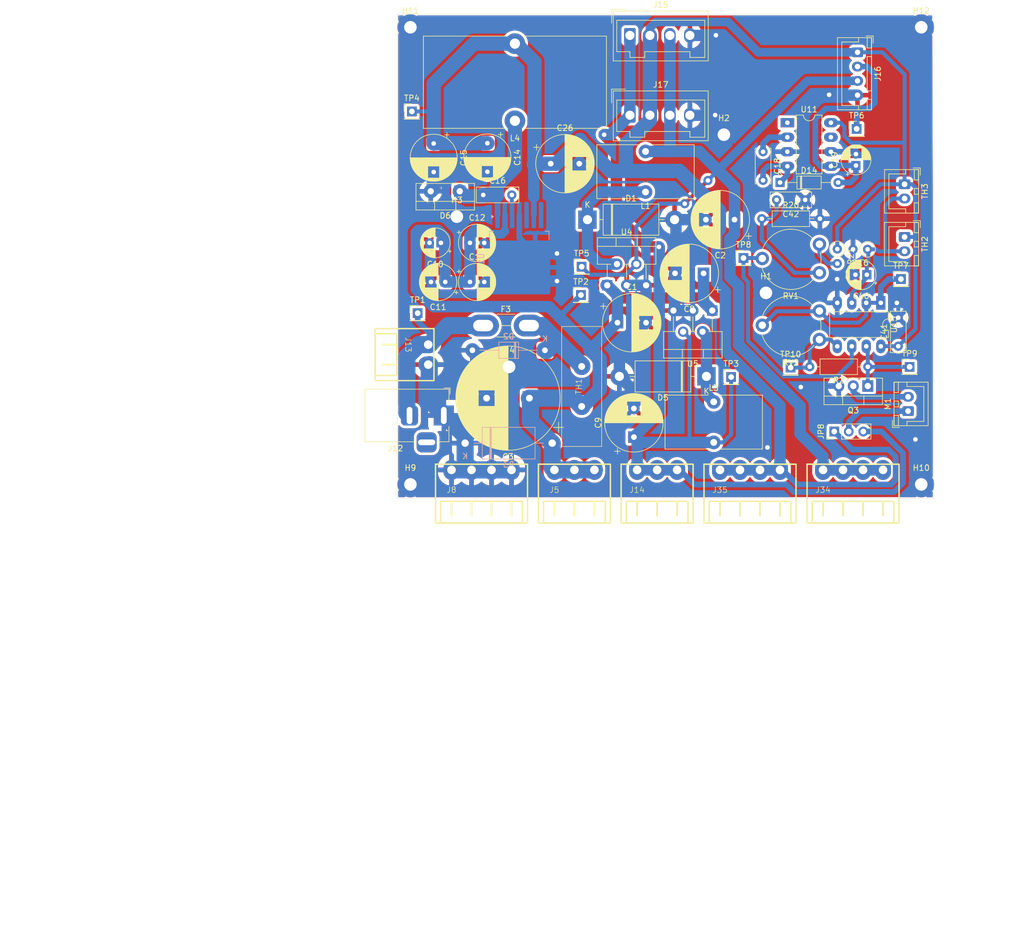
<source format=kicad_pcb>
(kicad_pcb
	(version 20240108)
	(generator "pcbnew")
	(generator_version "8.0")
	(general
		(thickness 1.6)
		(legacy_teardrops no)
	)
	(paper "A4")
	(layers
		(0 "F.Cu" signal)
		(1 "In1.Cu" signal)
		(2 "In2.Cu" signal)
		(31 "B.Cu" signal)
		(32 "B.Adhes" user "B.Adhesive")
		(33 "F.Adhes" user "F.Adhesive")
		(34 "B.Paste" user)
		(35 "F.Paste" user)
		(36 "B.SilkS" user "B.Silkscreen")
		(37 "F.SilkS" user "F.Silkscreen")
		(38 "B.Mask" user)
		(39 "F.Mask" user)
		(40 "Dwgs.User" user "User.Drawings")
		(41 "Cmts.User" user "User.Comments")
		(42 "Eco1.User" user "User.Eco1")
		(43 "Eco2.User" user "User.Eco2")
		(44 "Edge.Cuts" user)
		(45 "Margin" user)
		(46 "B.CrtYd" user "B.Courtyard")
		(47 "F.CrtYd" user "F.Courtyard")
		(48 "B.Fab" user)
		(49 "F.Fab" user)
		(50 "User.1" user)
		(51 "User.2" user)
		(52 "User.3" user)
		(53 "User.4" user)
		(54 "User.5" user)
		(55 "User.6" user)
		(56 "User.7" user)
		(57 "User.8" user)
		(58 "User.9" user)
	)
	(setup
		(stackup
			(layer "F.SilkS"
				(type "Top Silk Screen")
			)
			(layer "F.Paste"
				(type "Top Solder Paste")
			)
			(layer "F.Mask"
				(type "Top Solder Mask")
				(thickness 0.01)
			)
			(layer "F.Cu"
				(type "copper")
				(thickness 0.035)
			)
			(layer "dielectric 1"
				(type "prepreg")
				(thickness 0.1)
				(material "FR4")
				(epsilon_r 4.5)
				(loss_tangent 0.02)
			)
			(layer "In1.Cu"
				(type "copper")
				(thickness 0.035)
			)
			(layer "dielectric 2"
				(type "core")
				(thickness 1.24)
				(material "FR4")
				(epsilon_r 4.5)
				(loss_tangent 0.02)
			)
			(layer "In2.Cu"
				(type "copper")
				(thickness 0.035)
			)
			(layer "dielectric 3"
				(type "prepreg")
				(thickness 0.1)
				(material "FR4")
				(epsilon_r 4.5)
				(loss_tangent 0.02)
			)
			(layer "B.Cu"
				(type "copper")
				(thickness 0.035)
			)
			(layer "B.Mask"
				(type "Bottom Solder Mask")
				(thickness 0.01)
			)
			(layer "B.Paste"
				(type "Bottom Solder Paste")
			)
			(layer "B.SilkS"
				(type "Bottom Silk Screen")
				(color "Red")
			)
			(copper_finish "None")
			(dielectric_constraints no)
		)
		(pad_to_mask_clearance 0)
		(allow_soldermask_bridges_in_footprints no)
		(pcbplotparams
			(layerselection 0x00010fc_ffffffff)
			(plot_on_all_layers_selection 0x0000000_00000000)
			(disableapertmacros no)
			(usegerberextensions no)
			(usegerberattributes yes)
			(usegerberadvancedattributes yes)
			(creategerberjobfile yes)
			(dashed_line_dash_ratio 12.000000)
			(dashed_line_gap_ratio 3.000000)
			(svgprecision 4)
			(plotframeref no)
			(viasonmask no)
			(mode 1)
			(useauxorigin no)
			(hpglpennumber 1)
			(hpglpenspeed 20)
			(hpglpendiameter 15.000000)
			(pdf_front_fp_property_popups yes)
			(pdf_back_fp_property_popups yes)
			(dxfpolygonmode yes)
			(dxfimperialunits yes)
			(dxfusepcbnewfont yes)
			(psnegative no)
			(psa4output no)
			(plotreference yes)
			(plotvalue yes)
			(plotfptext yes)
			(plotinvisibletext no)
			(sketchpadsonfab no)
			(subtractmaskfromsilk no)
			(outputformat 1)
			(mirror no)
			(drillshape 1)
			(scaleselection 1)
			(outputdirectory "")
		)
	)
	(net 0 "")
	(net 1 "+5V")
	(net 2 "+24V filtered")
	(net 3 "GND")
	(net 4 "+3V3")
	(net 5 "+12V")
	(net 6 "Net-(D6-K)")
	(net 7 "Net-(U1-BOOT)")
	(net 8 "Net-(U11-CAP+)")
	(net 9 "Net-(D14-K)")
	(net 10 "-5V")
	(net 11 "Net-(D1-K)")
	(net 12 "Net-(D2-K)")
	(net 13 "Net-(D5-K)")
	(net 14 "+BATT")
	(net 15 "unconnected-(U1-EN-Pad7)")
	(net 16 "unconnected-(U1-NC-Pad5)")
	(net 17 "unconnected-(U11-OSC-Pad7)")
	(net 18 "unconnected-(U11-NC-Pad1)")
	(net 19 "Net-(U15A-+)")
	(net 20 "Net-(C42-Pad2)")
	(net 21 "Net-(JP8-C)")
	(net 22 "Net-(M1--)")
	(net 23 "Net-(Q3-G)")
	(net 24 "Net-(U15B-+)")
	(net 25 "Net-(R21-Pad2)")
	(net 26 "Net-(U15B--)")
	(net 27 "Net-(U15A--)")
	(footprint "Capacitor_THT:CP_Radial_D10.0mm_P5.00mm" (layer "F.Cu") (at 129.286 109.061993 90))
	(footprint "Capacitor_THT:CP_Radial_D10.0mm_P5.00mm" (layer "F.Cu") (at 126.410323 89.040962))
	(footprint "Diode_THT:D_DO-201AD_P15.24mm_Horizontal" (layer "F.Cu") (at 141.986 98.438962 180))
	(footprint "Potentiometer_THT:Potentiometer_Piher_PT-10-V10_Vertical" (layer "F.Cu") (at 161.757499 75.306462 180))
	(footprint "Connector_JST:JST_XH_B2B-XH-A_1x02_P2.50mm_Vertical" (layer "F.Cu") (at 177.275 104.514962 90))
	(footprint "Connector_PinHeader_2.54mm:PinHeader_1x01_P2.54mm_Vertical" (layer "F.Cu") (at 90.424 52.07))
	(footprint "Potentiometer_THT:Potentiometer_Piher_PT-10-V10_Vertical" (layer "F.Cu") (at 161.757499 86.990462 180))
	(footprint "Capacitor_THT:C_Disc_D6.0mm_W2.5mm_P5.00mm" (layer "F.Cu") (at 151.892 59.123888 -90))
	(footprint "Package_TO_SOT_THT:TO-220-5_P3.4x3.7mm_StaggerOdd_Lead3.8mm_Vertical" (layer "F.Cu") (at 124.616 82.489962))
	(footprint "Resistor_THT:R_Axial_DIN0207_L6.3mm_D2.5mm_P2.54mm_Vertical" (layer "F.Cu") (at 170.18 76.2 180))
	(footprint "Package_TO_SOT_THT:TO-220-3_Vertical" (layer "F.Cu") (at 170.219499 100.125462 180))
	(footprint "Connector_PinHeader_2.54mm:PinHeader_1x01_P2.54mm_Vertical" (layer "F.Cu") (at 176.022 81.407))
	(footprint "Capacitor_THT:CP_Radial_D6.3mm_P2.50mm" (layer "F.Cu") (at 100.592664 75.064811))
	(footprint "custom-footprints1:MountingHole_2.2mm_NPTH-with-pad" (layer "F.Cu") (at 179.578 37.338))
	(footprint "Package_DIP:DIP-8_W7.62mm_LongPads" (layer "F.Cu") (at 172.495499 85.561462 -90))
	(footprint "custom-footprints1:MountingHole_2.2mm_NPTH-with-pad" (layer "F.Cu") (at 90.17 117.348))
	(footprint "custom-footprints1:WAGO 734-164 Print-Stiftleiste, Mini, RM 3,5, gewinkelt, 4-polig" (layer "F.Cu") (at 97.366 114.808))
	(footprint "Connector_PinHeader_2.54mm:PinHeader_1x01_P2.54mm_Vertical" (layer "F.Cu") (at 91.44 87.376))
	(footprint "Capacitor_THT:CP_Radial_D18.0mm_P7.50mm"
		(layer "F.Cu")
		(uuid "3e12b180-088b-46cd-b5c6-9617c716b1a6")
		(at 110.998 102.248962 180)
		(descr "CP, Radial series, Radial, pin pitch=7.50mm, , diameter=18mm, Electrolytic Capacitor")
		(tags "CP Radial series Radial pin pitch 7.50mm  diameter 18mm Electrolytic Capacitor")
		(property "Reference" "C3"
			(at 3.75 -10.25 0)
			(layer "F.SilkS")
			(uuid "c0dbac4b-d18d-44e0-abe6-6b3f876fe509")
			(effects
				(font
					(size 1 1)
					(thickness 0.15)
				)
			)
		)
		(property "Value" "2200uf"
			(at 3.75 10.25 0)
			(layer "F.Fab")
			(uuid "1f7d7bb5-f802-471e-8ae7-4e1a80563b95")
			(effects
				(font
					(size 1 1)
					(thickness 0.15)
				)
			)
		)
		(property "Footprint" "Capacitor_THT:CP_Radial_D18.0mm_P7.50mm"
			(at 0 0 180)
			(unlocked yes)
			(layer "F.Fab")
			(hide yes)
			(uuid "cd037e7c-88f5-4614-9539-47ece2e39e2f")
			(effects
				(font
					(size 1.27 1.27)
					(thickness 0.15)
				)
			)
		)
		(property "Datasheet" "https://www.reichelt.com/be/en/shop/product/elko_2200_f_35_v_105_c-166415"
			(at 0 0 180)
			(unlocked yes)
			(layer "F.Fab")
			(hide yes)
			(uuid "09c9c45c-cd56-4403-bd81-cc88382ef4e9")
			(effects
				(font
					(size 1.27 1.27)
					(thickness 0.15)
				)
			)
		)
		(property "Description" "Polarized capacitor"
			(at 0 0 180)
			(unlocked yes)
			(layer "F.Fab")
			(hide yes)
			(uuid "114210ba-bd57-4105-96f8-5187314aacb0")
			(effects
				(font
					(size 1.27 1.27)
					(thickness 0.15)
				)
			)
		)
		(property ki_fp_filters "CP_*")
		(path "/16680157-dcc5-42d4-8ccc-a59b4c4006fd")
		(sheetname "Root")
		(sheetfile "power-supply-board_v1.0.kicad_sch")
		(attr through_hole)
		(fp_line
			(start 12.87 -0.04)
			(end 12.87 0.04)
			(stroke
				(width 0.12)
				(type solid)
			)
			(layer "F.SilkS")
			(uuid "87732204-ffd3-4010-92fe-e84d597261db")
		)
		(fp_line
			(start 12.83 -0.814)
			(end 12.83 0.814)
			(stroke
				(width 0.12)
				(type solid)
			)
			(layer "F.SilkS")
			(uuid "18f893c9-7fff-4554-a0a6-9513f8452e28")
		)
		(fp_line
			(start 12.79 -1.166)
			(end 12.79 1.166)
			(stroke
				(width 0.12)
				(type solid)
			)
			(layer "F.SilkS")
			(uuid "2b52467b-0cfb-4412-b0ac-068e45849888")
		)
		(fp_line
			(start 12.75 -1.435)
			(end 12.75 1.435)
			(stroke
				(width 0.12)
				(type solid)
			)
			(layer "F.SilkS")
			(uuid "34e20984-e432-4254-860c-82b93de5475e")
		)
		(fp_line
			(start 12.71 -1.661)
			(end 12.71 1.661)
			(stroke
				(width 0.12)
				(type solid)
			)
			(layer "F.SilkS")
			(uuid "9e5473ed-98ba-43aa-9d6a-8eaabc33a9dc")
		)
		(fp_line
			(start 12.67 -1.86)
			(end 12.67 1.86)
			(stroke
				(width 0.12)
				(type solid)
			)
			(layer "F.SilkS")
			(uuid "08c8f39a-99ff-4afd-b845-1d83a6340213")
		)
		(fp_line
			(start 12.63 -2.039)
			(end 12.63 2.039)
			(stroke
				(width 0.12)
				(type solid)
			)
			(layer "F.SilkS")
			(uuid "d5eaf986-9534-4524-ad49-665dbecfec0f")
		)
		(fp_line
			(start 12.59 -2.203)
			(end 12.59 2.203)
			(stroke
				(width 0.12)
				(type solid)
			)
			(layer "F.SilkS")
			(uuid "5cf0b090-f6b4-43c7-a6ce-0f71cd8210ee")
		)
		(fp_line
			(start 12.55 -2.355)
			(end 12.55 2.355)
			(stroke
				(width 0.12)
				(type solid)
			)
			(layer "F.SilkS")
			(uuid "8e66bac3-0b2f-40ec-8c73-97c7d6b2f138")
		)
		(fp_line
			(start 12.51 -2.498)
			(end 12.51 2.498)
			(stroke
				(width 0.12)
				(type solid)
			)
			(layer "F.SilkS")
			(uuid "66bbea31-836a-4c65-9a2d-0d3a29f8dc12")
		)
		(fp_line
			(start 12.47 -2.632)
			(end 12.47 2.632)
			(stroke
				(width 0.12)
				(type solid)
			)
			(layer "F.SilkS")
			(uuid "633c10e5-f6ae-42eb-b5a5-18a2e88ec3af")
		)
		(fp_line
			(start 12.43 -2.759)
			(end 12.43 2.759)
			(stroke
				(width 0.12)
				(type solid)
			)
			(layer "F.SilkS")
			(uuid "5c14d289-cf82-40f2-ae41-fa734da4dc2a")
		)
		(fp_line
			(start 12.39 -2.88)
			(end 12.39 2.88)
			(stroke
				(width 0.12)
				(type solid)
			)
			(layer "F.SilkS")
			(uuid "92d777da-31b2-4188-88bd-b48da7e6abd8")
		)
		(fp_line
			(start 12.35 -2.996)
			(end 12.35 2.996)
			(stroke
				(width 0.12)
				(type solid)
			)
			(layer "F.SilkS")
			(uuid "107af9bb-841b-4c31-9fac-3060a5bfa1b6")
		)
		(fp_line
			(start 12.31 -3.107)
			(end 12.31 3.107)
			(stroke
				(width 0.12)
				(type solid)
			)
			(layer "F.SilkS")
			(uuid "9396642f-f979-4d78-bd91-7a436359d103")
		)
		(fp_line
			(start 12.27 -3.214)
			(end 12.27 3.214)
			(stroke
				(width 0.12)
				(type solid)
			)
			(layer "F.SilkS")
			(uuid "7a28f269-c130-4a30-a607-7c6287357369")
		)
		(fp_line
			(start 12.23 -3.317)
			(end 12.23 3.317)
			(stroke
				(width 0.12)
				(type solid)
			)
			(layer "F.SilkS")
			(uuid "156f2bc4-880c-4c21-8655-9d32c230dad4")
		)
		(fp_line
			(start 12.19 -3.416)
			(end 12.19 3.416)
			(stroke
				(width 0.12)
				(type solid)
			)
			(layer "F.SilkS")
			(uuid "63c8fd17-e6c3-478f-ad62-b0bb53559406")
		)
		(fp_line
			(start 12.15 -3.512)
			(end 12.15 3.512)
			(stroke
				(width 0.12)
				(type solid)
			)
			(layer "F.SilkS")
			(uuid "639c7f9b-f812-46a4-b756-7753f6943a6f")
		)
		(fp_line
			(start 12.11 -3.605)
			(end 12.11 3.605)
			(stroke
				(width 0.12)
				(type solid)
			)
			(layer "F.SilkS")
			(uuid "134d240f-7cb0-4052-9ccf-efb724369b7f")
		)
		(fp_line
			(start 12.07 -3.696)
			(end 12.07 3.696)
			(stroke
				(width 0.12)
				(type solid)
			)
			(layer "F.SilkS")
			(uuid "bf388105-023e-4a71-bbdb-3b21c9fcd2cc")
		)
		(fp_line
			(start 12.03 -3.784)
			(end 12.03 3.784)
			(stroke
				(width 0.12)
				(type solid)
			)
			(layer "F.SilkS")
			(uuid "49aa2ba0-ba19-4ea1-a70a-173a6f627315")
		)
		(fp_line
			(start 11.99 -3.869)
			(end 11.99 3.869)
			(stroke
				(width 0.12)
				(type solid)
			)
			(layer "F.SilkS")
			(uuid "679bfa39-c021-436e-b2f6-eef91e7a3433")
		)
		(fp_line
			(start 11.95 -3.952)
			(end 11.95 3.952)
			(stroke
				(width 0.12)
				(type solid)
			)
			(layer "F.SilkS")
			(uuid "f874119e-1338-4beb-b6c9-42b4db275c1b")
		)
		(fp_line
			(start 11.911 -4.033)
			(end 11.911 4.033)
			(stroke
				(width 0.12)
				(type solid)
			)
			(layer "F.SilkS")
			(uuid "009a31cf-7161-4030-9ee2-4ee6c8662a63")
		)
		(fp_line
			(start 11.871 -4.113)
			(end 11.871 4.113)
			(stroke
				(width 0.12)
				(type solid)
			)
			(layer "F.SilkS")
			(uuid "68b92ccc-7298-4ad5-a9de-6f696f4ebe2e")
		)
		(fp_line
			(start 11.831 -4.19)
			(end 11.831 4.19)
			(stroke
				(width 0.12)
				(type solid)
			)
			(layer "F.SilkS")
			(uuid "b62a9674-bd46-40fc-859a-9a51e479b097")
		)
		(fp_line
			(start 11.791 -4.265)
			(end 11.791 4.265)
			(stroke
				(width 0.12)
				(type solid)
			)
			(layer "F.SilkS")
			(uuid "f11c470d-142c-4357-900e-889b10e3b0e2")
		)
		(fp_line
			(start 11.751 -4.339)
			(end 11.751 4.339)
			(stroke
				(width 0.12)
				(type solid)
			)
			(layer "F.SilkS")
			(uuid "79a89223-4ff2-4771-ae1e-e5445b213450")
		)
		(fp_line
			(start 11.711 -4.412)
			(end 11.711 4.412)
			(stroke
				(width 0.12)
				(type solid)
			)
			(layer "F.SilkS")
			(uuid "69c80908-15c1-45f1-963f-161843f95dae")
		)
		(fp_line
			(start 11.671 -4.482)
			(end 11.671 4.482)
			(stroke
				(width 0.12)
				(type solid)
			)
			(layer "F.SilkS")
			(uuid "61eb03dd-9121-4df5-b679-96e9e3201ddb")
		)
		(fp_line
			(start 11.631 -4.552)
			(end 11.631 4.552)
			(stroke
				(width 0.12)
				(type solid)
			)
			(layer "F.SilkS")
			(uuid "85657168-bb18-4c0a-8a63-b4550fb338d3")
		)
		(fp_line
			(start 11.591 -4.62)
			(end 11.591 4.62)
			(stroke
				(width 0.12)
				(type solid)
			)
			(layer "F.SilkS")
			(uuid "d1919cf1-2f90-4aae-9ff8-2b0cf3ae94c7")
		)
		(fp_line
			(start 11.551 -4.686)
			(end 11.551 4.686)
			(stroke
				(width 0.12)
				(type solid)
			)
			(layer "F.SilkS")
			(uuid "1b9f95c8-f1a1-4629-933b-721de8d1b6c5")
		)
		(fp_line
			(start 11.511 -4.752)
			(end 11.511 4.752)
			(stroke
				(width 0.12)
				(type solid)
			)
			(layer "F.SilkS")
			(uuid "993aa706-ff59-43f8-b67b-ed16a60e5af1")
		)
		(fp_line
			(start 11.471 -4.816)
			(end 11.471 4.816)
			(stroke
				(width 0.12)
				(type solid)
			)
			(layer "F.SilkS")
			(uuid "60b6545d-49ea-46d3-ae2b-173dc1fa629f")
		)
		(fp_line
			(start 11.431 -4.879)
			(end 11.431 4.879)
			(stroke
				(width 0.12)
				(type solid)
			)
			(layer "F.SilkS")
			(uuid "facb3d3e-da56-434a-87aa-17d6414bb483")
		)
		(fp_line
			(start 11.391 -4.941)
			(end 11.391 4.941)
			(stroke
				(width 0.12)
				(type solid)
			)
			(layer "F.SilkS")
			(uuid "b89baaeb-06f3-4b71-a51f-ce7608b7262c")
		)
		(fp_line
			(start 11.351 -5.002)
			(end 11.351 5.002)
			(stroke
				(width 0.12)
				(type solid)
			)
			(layer "F.SilkS")
			(uuid "654033ae-c772-46c1-8f60-aa0ddceff74f")
		)
		(fp_line
			(start 11.311 -5.062)
			(end 11.311 5.062)
			(stroke
				(width 0.12)
				(type solid)
			)
			(layer "F.SilkS")
			(uuid "3d8d106b-7617-4f47-894a-2fcf412deb28")
		)
		(fp_line
			(start 11.271 -5.12)
			(end 11.271 5.12)
			(stroke
				(width 0.12)
				(type solid)
			)
			(layer "F.SilkS")
			(uuid "917cfe1d-449c-4d88-9a36-1b6375a11292")
		)
		(fp_line
			(start 11.231 -5.178)
			(end 11.231 5.178)
			(stroke
				(width 0.12)
				(type solid)
			)
			(layer "F.SilkS")
			(uuid "b6ae342f-1414-41ce-9a18-48302253d4b6")
		)
		(fp_line
			(start 11.191 -5.235)
			(end 11.191 5.235)
			(stroke
				(width 0.12)
				(type solid)
			)
			(layer "F.SilkS")
			(uuid "bc8af6b4-79f1-494c-8965-f72d1712ff8d")
		)
		(fp_line
			(start 11.151 -5.291)
			(end 11.151 5.291)
			(stroke
				(width 0.12)
				(type solid)
			)
			(layer "F.SilkS")
			(uuid "c57da7f0-a0a1-4185-9736-606dde94bfba")
		)
		(fp_line
			(start 11.111 -5.346)
			(end 11.111 5.346)
			(stroke
				(width 0.12)
				(type solid)
			)
			(layer "F.SilkS")
			(uuid "78dca952-4881-45e1-b643-4d2635200164")
		)
		(fp_line
			(start 11.071 -5.4)
			(end 11.071 5.4)
			(stroke
				(width 0.12)
				(type solid)
			)
			(layer "F.SilkS")
			(uuid "40e64ece-fc2d-42b2-9393-bfa48699e8b8")
		)
		(fp_line
			(start 11.031 -5.454)
			(end 11.031 5.454)
			(stroke
				(width 0.12)
				(type solid)
			)
			(layer "F.SilkS")
			(uuid "6e09a86b-dac4-49d6-9337-5fc49b3660d4")
		)
		(fp_line
			(start 10.991 -5.506)
			(end 10.991 5.506)
			(stroke
				(width 0.12)
				(type solid)
			)
			(layer "F.SilkS")
			(uuid "b34076ba-db21-4594-b738-d0b13ffce101")
		)
		(fp_line
			(start 10.951 -5.558)
			(end 10.951 5.558)
			(stroke
				(width 0.12)
				(type solid)
			)
			(layer "F.SilkS")
			(uuid "5abeba6d-99f5-4835-9edf-79f8cad35e91")
		)
		(fp_line
			(start 10.911 -5.609)
			(end 10.911 5.609)
			(stroke
				(width 0.12)
				(type solid)
			)
			(layer "F.SilkS")
			(uuid "6f8c8657-bd2a-48b5-8884-60099a095c02")
		)
		(fp_line
			(start 10.871 -5.66)
			(end 10.871 5.66)
			(stroke
				(width 0.12)
				(type solid)
			)
			(layer "F.SilkS")
			(uuid "e934523f-25a6-4501-b3d2-f714d731456a")
		)
		(fp_line
			(start 10.831 -5.709)
			(end 10.831 5.709)
			(stroke
				(width 0.12)
				(type solid)
			)
			(layer "F.SilkS")
			(uuid "eda7762a-c878-497d-b3d4-f14afd812a43")
		)
		(fp_line
			(start 10.791 -5.758)
			(end 10.791 5.758)
			(stroke
				(width 0.12)
				(type solid)
			)
			(layer "F.SilkS")
			(uuid "6788cc1c-365c-473d-a651-fa3a3cd31605")
		)
		(fp_line
			(start 10.751 -5.806)
			(end 10.751 5.806)
			(stroke
				(width 0.12)
				(type solid)
			)
			(layer "F.SilkS")
			(uuid "eec49bf0-2786-4624-b041-cb07a3b55cb0")
		)
		(fp_line
			(start 10.711 -5.854)
			(end 10.711 5.854)
			(stroke
				(width 0.12)
				(type solid)
			)
			(layer "F.SilkS")
			(uuid "40734991-1229-4ba7-82e1-930ec8e06f53")
		)
		(fp_line
			(start 10.671 -5.901)
			(end 10.671 5.901)
			(stroke
				(width 0.12)
				(type solid)
			)
			(layer "F.SilkS")
			(uuid "bcc470ec-95c0-4d68-8773-b1df105ec597")
		)
		(fp_line
			(start 10.631 -5.947)
			(end 10.631 5.947)
			(stroke
				(width 0.12)
				(type solid)
			)
			(layer "F.SilkS")
			(uuid "606b598a-d158-4304-8302-7e37f8b16422")
		)
		(fp_line
			(start 10.591 -5.993)
			(end 10.591 5.993)
			(stroke
		
... [1211531 chars truncated]
</source>
